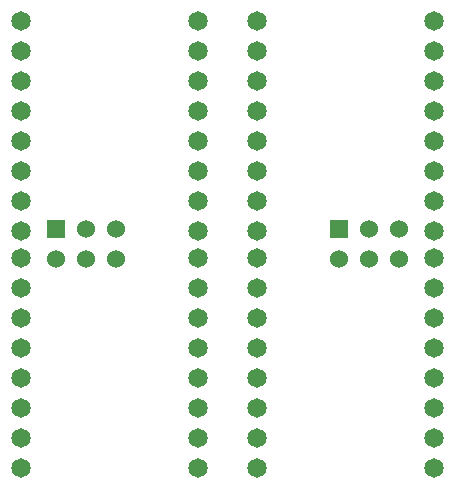
<source format=gbs>
G04 (created by PCBNEW (2013-mar-13)-testing) date Mon 26 Aug 2013 07:19:36 AM PDT*
%MOIN*%
G04 Gerber Fmt 3.4, Leading zero omitted, Abs format*
%FSLAX34Y34*%
G01*
G70*
G90*
G04 APERTURE LIST*
%ADD10C,0.005906*%
%ADD11C,0.065000*%
%ADD12R,0.060000X0.060000*%
%ADD13C,0.060000*%
G04 APERTURE END LIST*
G54D10*
G54D11*
X20669Y-20122D03*
X20669Y-21122D03*
X20669Y-22122D03*
X20669Y-23122D03*
X20669Y-24122D03*
X20669Y-25122D03*
X20669Y-26122D03*
X20669Y-27122D03*
X26574Y-27122D03*
X26574Y-26122D03*
X26574Y-25122D03*
X26574Y-24122D03*
X26574Y-23122D03*
X26574Y-22122D03*
X26574Y-21122D03*
X26574Y-20122D03*
X20669Y-27996D03*
X20669Y-28996D03*
X20669Y-29996D03*
X20669Y-30996D03*
X20669Y-31996D03*
X20669Y-32996D03*
X20669Y-33996D03*
X20669Y-34996D03*
X26574Y-34996D03*
X26574Y-33996D03*
X26574Y-32996D03*
X26574Y-31996D03*
X26574Y-30996D03*
X26574Y-29996D03*
X26574Y-28996D03*
X26574Y-27996D03*
X28543Y-20122D03*
X28543Y-21122D03*
X28543Y-22122D03*
X28543Y-23122D03*
X28543Y-24122D03*
X28543Y-25122D03*
X28543Y-26122D03*
X28543Y-27122D03*
X34448Y-27122D03*
X34448Y-26122D03*
X34448Y-25122D03*
X34448Y-24122D03*
X34448Y-23122D03*
X34448Y-22122D03*
X34448Y-21122D03*
X34448Y-20122D03*
X28543Y-27996D03*
X28543Y-28996D03*
X28543Y-29996D03*
X28543Y-30996D03*
X28543Y-31996D03*
X28543Y-32996D03*
X28543Y-33996D03*
X28543Y-34996D03*
X34448Y-34996D03*
X34448Y-33996D03*
X34448Y-32996D03*
X34448Y-31996D03*
X34448Y-30996D03*
X34448Y-29996D03*
X34448Y-28996D03*
X34448Y-27996D03*
G54D12*
X21834Y-27059D03*
G54D13*
X21834Y-28059D03*
X22834Y-27059D03*
X22834Y-28059D03*
X23834Y-27059D03*
X23834Y-28059D03*
G54D12*
X31283Y-27059D03*
G54D13*
X31283Y-28059D03*
X32283Y-27059D03*
X32283Y-28059D03*
X33283Y-27059D03*
X33283Y-28059D03*
M02*

</source>
